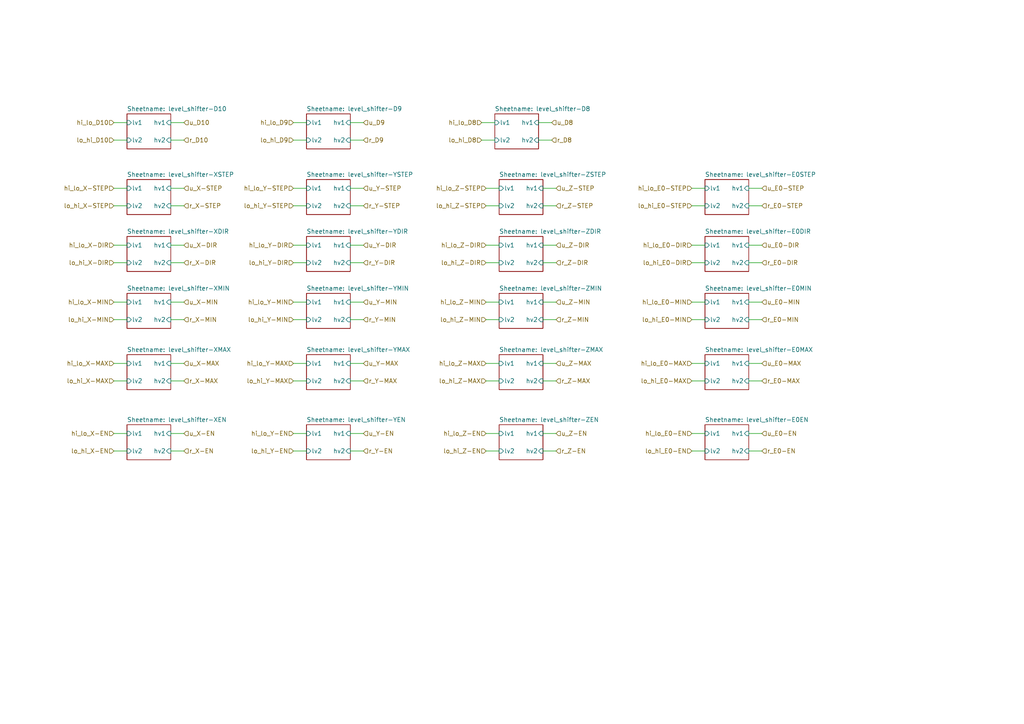
<source format=kicad_sch>
(kicad_sch
	(version 20231120)
	(generator "eeschema")
	(generator_version "8.0")
	(uuid "51dbc95a-b53e-4304-bce1-357c9363c5b5")
	(paper "A4")
	(lib_symbols)
	(wire
		(pts
			(xy 217.17 54.61) (xy 220.98 54.61)
		)
		(stroke
			(width 0)
			(type default)
		)
		(uuid "001b1f68-e799-451a-9ef4-8605bdb2ba3b")
	)
	(wire
		(pts
			(xy 101.6 59.69) (xy 105.41 59.69)
		)
		(stroke
			(width 0)
			(type default)
		)
		(uuid "03426ced-71d9-4517-8bc5-9f7d10436682")
	)
	(wire
		(pts
			(xy 200.66 76.2) (xy 204.47 76.2)
		)
		(stroke
			(width 0)
			(type default)
		)
		(uuid "0ea7a24c-9def-45d0-98a7-19c6f063180b")
	)
	(wire
		(pts
			(xy 217.17 76.2) (xy 220.98 76.2)
		)
		(stroke
			(width 0)
			(type default)
		)
		(uuid "1070a112-5be5-43bf-9f33-9670d1b8cefe")
	)
	(wire
		(pts
			(xy 85.09 59.69) (xy 88.9 59.69)
		)
		(stroke
			(width 0)
			(type default)
		)
		(uuid "10ef1f29-d8c0-4376-ac07-038fd80fa334")
	)
	(wire
		(pts
			(xy 156.21 40.64) (xy 160.02 40.64)
		)
		(stroke
			(width 0)
			(type default)
		)
		(uuid "18fbcc40-0c88-419e-885d-d386e6e111af")
	)
	(wire
		(pts
			(xy 49.53 54.61) (xy 53.34 54.61)
		)
		(stroke
			(width 0)
			(type default)
		)
		(uuid "1b4b62fd-3c3d-4892-9ef6-8ae63b06ee77")
	)
	(wire
		(pts
			(xy 200.66 71.12) (xy 204.47 71.12)
		)
		(stroke
			(width 0)
			(type default)
		)
		(uuid "1f18a6b5-a640-469f-bf84-f9f605900aea")
	)
	(wire
		(pts
			(xy 85.09 76.2) (xy 88.9 76.2)
		)
		(stroke
			(width 0)
			(type default)
		)
		(uuid "2166dbfd-67db-4cf3-96fa-f41ac6b9e4f2")
	)
	(wire
		(pts
			(xy 157.48 59.69) (xy 161.29 59.69)
		)
		(stroke
			(width 0)
			(type default)
		)
		(uuid "2d6b0d56-fe84-4043-ae55-5fb971067783")
	)
	(wire
		(pts
			(xy 49.53 71.12) (xy 53.34 71.12)
		)
		(stroke
			(width 0)
			(type default)
		)
		(uuid "2d8cd974-c32c-4654-9023-4acc1b90ed4c")
	)
	(wire
		(pts
			(xy 49.53 35.56) (xy 53.34 35.56)
		)
		(stroke
			(width 0)
			(type default)
		)
		(uuid "2ddcb539-286d-41eb-8a92-06078d1b0440")
	)
	(wire
		(pts
			(xy 139.7 35.56) (xy 143.51 35.56)
		)
		(stroke
			(width 0)
			(type default)
		)
		(uuid "2ef63b44-0bab-412d-9caf-b7f72e8b0314")
	)
	(wire
		(pts
			(xy 33.02 130.81) (xy 36.83 130.81)
		)
		(stroke
			(width 0)
			(type default)
		)
		(uuid "2f0f0e3a-04c1-41d3-817b-1e95b1ab4ead")
	)
	(wire
		(pts
			(xy 85.09 130.81) (xy 88.9 130.81)
		)
		(stroke
			(width 0)
			(type default)
		)
		(uuid "31b5ee9c-30d3-48e3-9957-3b772a0a8542")
	)
	(wire
		(pts
			(xy 140.97 71.12) (xy 144.78 71.12)
		)
		(stroke
			(width 0)
			(type default)
		)
		(uuid "3714fb81-d179-4e54-b5e8-34c0f47db109")
	)
	(wire
		(pts
			(xy 200.66 105.41) (xy 204.47 105.41)
		)
		(stroke
			(width 0)
			(type default)
		)
		(uuid "37b5094f-51ef-461e-aede-bd41ef7c5a0d")
	)
	(wire
		(pts
			(xy 217.17 110.49) (xy 220.98 110.49)
		)
		(stroke
			(width 0)
			(type default)
		)
		(uuid "383be7a3-bc11-4032-8ee1-5e97057c3f10")
	)
	(wire
		(pts
			(xy 217.17 125.73) (xy 220.98 125.73)
		)
		(stroke
			(width 0)
			(type default)
		)
		(uuid "3bf6696d-10ea-4376-959b-7c78babaa470")
	)
	(wire
		(pts
			(xy 49.53 76.2) (xy 53.34 76.2)
		)
		(stroke
			(width 0)
			(type default)
		)
		(uuid "3c086403-b01c-4a05-894f-0999bf9de5a6")
	)
	(wire
		(pts
			(xy 85.09 92.71) (xy 88.9 92.71)
		)
		(stroke
			(width 0)
			(type default)
		)
		(uuid "3eea727e-33be-4d2d-9d83-2bb22997a791")
	)
	(wire
		(pts
			(xy 157.48 87.63) (xy 161.29 87.63)
		)
		(stroke
			(width 0)
			(type default)
		)
		(uuid "4031e359-b2eb-4c28-a1c3-c6eccca8cf1a")
	)
	(wire
		(pts
			(xy 101.6 110.49) (xy 105.41 110.49)
		)
		(stroke
			(width 0)
			(type default)
		)
		(uuid "40bfe9c0-6b2c-499b-a8c8-26197b6720b8")
	)
	(wire
		(pts
			(xy 140.97 130.81) (xy 144.78 130.81)
		)
		(stroke
			(width 0)
			(type default)
		)
		(uuid "46193e58-3fbf-4130-92c9-d4edd4e88c2c")
	)
	(wire
		(pts
			(xy 200.66 92.71) (xy 204.47 92.71)
		)
		(stroke
			(width 0)
			(type default)
		)
		(uuid "48bc05ce-c051-45ff-9161-7cf73fe2c64e")
	)
	(wire
		(pts
			(xy 101.6 130.81) (xy 105.41 130.81)
		)
		(stroke
			(width 0)
			(type default)
		)
		(uuid "48de0119-1ba9-4496-90f1-dbd7e8db0b44")
	)
	(wire
		(pts
			(xy 49.53 87.63) (xy 53.34 87.63)
		)
		(stroke
			(width 0)
			(type default)
		)
		(uuid "4cf93684-ebd6-4cad-859d-d636c0841a42")
	)
	(wire
		(pts
			(xy 33.02 35.56) (xy 36.83 35.56)
		)
		(stroke
			(width 0)
			(type default)
		)
		(uuid "4fa31bc3-0bea-48c1-9c8a-6f1d6da80fc1")
	)
	(wire
		(pts
			(xy 33.02 87.63) (xy 36.83 87.63)
		)
		(stroke
			(width 0)
			(type default)
		)
		(uuid "51677beb-8b44-4153-bf12-fae900d63513")
	)
	(wire
		(pts
			(xy 85.09 54.61) (xy 88.9 54.61)
		)
		(stroke
			(width 0)
			(type default)
		)
		(uuid "52a7edab-7741-44ff-9a9d-7f94a23c46ce")
	)
	(wire
		(pts
			(xy 101.6 92.71) (xy 105.41 92.71)
		)
		(stroke
			(width 0)
			(type default)
		)
		(uuid "53c02825-a2c3-403e-a155-10fbe87f36ec")
	)
	(wire
		(pts
			(xy 140.97 92.71) (xy 144.78 92.71)
		)
		(stroke
			(width 0)
			(type default)
		)
		(uuid "581e97ac-3a3e-4ef3-baea-31542ec0a6cc")
	)
	(wire
		(pts
			(xy 33.02 59.69) (xy 36.83 59.69)
		)
		(stroke
			(width 0)
			(type default)
		)
		(uuid "591dc61e-c5b0-4e83-85b9-72212ac7c3b3")
	)
	(wire
		(pts
			(xy 33.02 92.71) (xy 36.83 92.71)
		)
		(stroke
			(width 0)
			(type default)
		)
		(uuid "5aea35f7-8b2c-4188-9a92-81905819c437")
	)
	(wire
		(pts
			(xy 200.66 130.81) (xy 204.47 130.81)
		)
		(stroke
			(width 0)
			(type default)
		)
		(uuid "5de7fe4e-b086-4637-9a40-54c4dbe4399f")
	)
	(wire
		(pts
			(xy 101.6 76.2) (xy 105.41 76.2)
		)
		(stroke
			(width 0)
			(type default)
		)
		(uuid "5ff0abbc-cd41-41c8-a477-6d5c46d33144")
	)
	(wire
		(pts
			(xy 157.48 130.81) (xy 161.29 130.81)
		)
		(stroke
			(width 0)
			(type default)
		)
		(uuid "60fd1dbd-2013-448c-acbd-818b82a92264")
	)
	(wire
		(pts
			(xy 140.97 76.2) (xy 144.78 76.2)
		)
		(stroke
			(width 0)
			(type default)
		)
		(uuid "689c9c7e-f48f-472a-8188-0c91bca97281")
	)
	(wire
		(pts
			(xy 101.6 40.64) (xy 105.41 40.64)
		)
		(stroke
			(width 0)
			(type default)
		)
		(uuid "6b2e0f64-7e04-4eee-a698-427516103982")
	)
	(wire
		(pts
			(xy 200.66 87.63) (xy 204.47 87.63)
		)
		(stroke
			(width 0)
			(type default)
		)
		(uuid "6b7a50b8-8797-40cc-84f0-5e11cfab4266")
	)
	(wire
		(pts
			(xy 49.53 59.69) (xy 53.34 59.69)
		)
		(stroke
			(width 0)
			(type default)
		)
		(uuid "6f4ad5ec-6c2d-4d20-8b01-4972217705db")
	)
	(wire
		(pts
			(xy 140.97 105.41) (xy 144.78 105.41)
		)
		(stroke
			(width 0)
			(type default)
		)
		(uuid "6fd82e79-61ec-4dc6-8123-e30d8b98a162")
	)
	(wire
		(pts
			(xy 33.02 105.41) (xy 36.83 105.41)
		)
		(stroke
			(width 0)
			(type default)
		)
		(uuid "71663631-1270-46f7-bef8-b35b9f2bbff7")
	)
	(wire
		(pts
			(xy 157.48 105.41) (xy 161.29 105.41)
		)
		(stroke
			(width 0)
			(type default)
		)
		(uuid "7fd16174-e5e6-432b-8841-fcac31111bcf")
	)
	(wire
		(pts
			(xy 200.66 59.69) (xy 204.47 59.69)
		)
		(stroke
			(width 0)
			(type default)
		)
		(uuid "80f17939-e391-42fb-8c8d-af07e416a1ed")
	)
	(wire
		(pts
			(xy 217.17 130.81) (xy 220.98 130.81)
		)
		(stroke
			(width 0)
			(type default)
		)
		(uuid "82080e43-eb76-4cbc-9cb0-af71b5fdc16b")
	)
	(wire
		(pts
			(xy 157.48 110.49) (xy 161.29 110.49)
		)
		(stroke
			(width 0)
			(type default)
		)
		(uuid "84d74bb5-5ebe-46d1-a8cd-eb3cfcba829c")
	)
	(wire
		(pts
			(xy 49.53 105.41) (xy 53.34 105.41)
		)
		(stroke
			(width 0)
			(type default)
		)
		(uuid "8804e51a-227f-4d71-96de-a2fa74f3efca")
	)
	(wire
		(pts
			(xy 156.21 35.56) (xy 160.02 35.56)
		)
		(stroke
			(width 0)
			(type default)
		)
		(uuid "89ee3073-4b5f-4fb4-9e28-3668d59cd004")
	)
	(wire
		(pts
			(xy 101.6 125.73) (xy 105.41 125.73)
		)
		(stroke
			(width 0)
			(type default)
		)
		(uuid "8ba68a88-f276-4b99-a000-74ec6bf8cee8")
	)
	(wire
		(pts
			(xy 140.97 110.49) (xy 144.78 110.49)
		)
		(stroke
			(width 0)
			(type default)
		)
		(uuid "8c55f0ea-a252-449f-a38a-ec84554ed5a8")
	)
	(wire
		(pts
			(xy 101.6 35.56) (xy 105.41 35.56)
		)
		(stroke
			(width 0)
			(type default)
		)
		(uuid "8ccd41d4-f5c7-44dc-8ede-ac4c273cc531")
	)
	(wire
		(pts
			(xy 140.97 59.69) (xy 144.78 59.69)
		)
		(stroke
			(width 0)
			(type default)
		)
		(uuid "92f361df-34c6-4a15-b85e-be412e68d7e7")
	)
	(wire
		(pts
			(xy 49.53 92.71) (xy 53.34 92.71)
		)
		(stroke
			(width 0)
			(type default)
		)
		(uuid "99a7caed-24df-48f9-9626-6da53b65c3c4")
	)
	(wire
		(pts
			(xy 49.53 40.64) (xy 53.34 40.64)
		)
		(stroke
			(width 0)
			(type default)
		)
		(uuid "9c1a0154-8942-4dd0-b26a-86ef6fbd2d07")
	)
	(wire
		(pts
			(xy 85.09 110.49) (xy 88.9 110.49)
		)
		(stroke
			(width 0)
			(type default)
		)
		(uuid "9c76ca8a-e262-4ae1-801e-6fbd90cefb07")
	)
	(wire
		(pts
			(xy 217.17 59.69) (xy 220.98 59.69)
		)
		(stroke
			(width 0)
			(type default)
		)
		(uuid "a4f59c63-75f0-44d9-802e-2283637cf43b")
	)
	(wire
		(pts
			(xy 200.66 125.73) (xy 204.47 125.73)
		)
		(stroke
			(width 0)
			(type default)
		)
		(uuid "a8824d8e-a322-4461-a086-43355445cc05")
	)
	(wire
		(pts
			(xy 200.66 54.61) (xy 204.47 54.61)
		)
		(stroke
			(width 0)
			(type default)
		)
		(uuid "a8a82d61-7534-4937-9cd9-cfa559156545")
	)
	(wire
		(pts
			(xy 49.53 110.49) (xy 53.34 110.49)
		)
		(stroke
			(width 0)
			(type default)
		)
		(uuid "aae02fc0-251c-4c97-9697-26636e1f59f5")
	)
	(wire
		(pts
			(xy 157.48 92.71) (xy 161.29 92.71)
		)
		(stroke
			(width 0)
			(type default)
		)
		(uuid "af974c06-9b9c-46dc-9fa3-933c924e8edf")
	)
	(wire
		(pts
			(xy 33.02 40.64) (xy 36.83 40.64)
		)
		(stroke
			(width 0)
			(type default)
		)
		(uuid "afa484dd-6ef3-4285-b332-5facfac0719d")
	)
	(wire
		(pts
			(xy 157.48 76.2) (xy 161.29 76.2)
		)
		(stroke
			(width 0)
			(type default)
		)
		(uuid "b02196c0-75b6-4cf8-9d94-bfee7e47a8e0")
	)
	(wire
		(pts
			(xy 33.02 76.2) (xy 36.83 76.2)
		)
		(stroke
			(width 0)
			(type default)
		)
		(uuid "b67dfe0d-d936-4de0-a9f5-30b16e04a8df")
	)
	(wire
		(pts
			(xy 157.48 71.12) (xy 161.29 71.12)
		)
		(stroke
			(width 0)
			(type default)
		)
		(uuid "b6c2bd4d-6f46-4e90-917f-fb0dd1fd87ee")
	)
	(wire
		(pts
			(xy 200.66 110.49) (xy 204.47 110.49)
		)
		(stroke
			(width 0)
			(type default)
		)
		(uuid "b834deec-990a-4718-a785-f06a6496bfac")
	)
	(wire
		(pts
			(xy 101.6 105.41) (xy 105.41 105.41)
		)
		(stroke
			(width 0)
			(type default)
		)
		(uuid "ba6c285b-8857-451e-b15c-7a88b89b4168")
	)
	(wire
		(pts
			(xy 139.7 40.64) (xy 143.51 40.64)
		)
		(stroke
			(width 0)
			(type default)
		)
		(uuid "bd616d51-82b5-46e6-981d-b5ed28f23186")
	)
	(wire
		(pts
			(xy 85.09 125.73) (xy 88.9 125.73)
		)
		(stroke
			(width 0)
			(type default)
		)
		(uuid "be84ea8d-cd2c-44c4-80a7-3f04644ab851")
	)
	(wire
		(pts
			(xy 217.17 92.71) (xy 220.98 92.71)
		)
		(stroke
			(width 0)
			(type default)
		)
		(uuid "bec3a418-cd0b-494d-94d0-673afecb045a")
	)
	(wire
		(pts
			(xy 33.02 71.12) (xy 36.83 71.12)
		)
		(stroke
			(width 0)
			(type default)
		)
		(uuid "c0330e03-2771-4009-8a36-1fcf850930ce")
	)
	(wire
		(pts
			(xy 33.02 54.61) (xy 36.83 54.61)
		)
		(stroke
			(width 0)
			(type default)
		)
		(uuid "c260e458-bae0-4628-ad0b-0b6032a65afa")
	)
	(wire
		(pts
			(xy 101.6 54.61) (xy 105.41 54.61)
		)
		(stroke
			(width 0)
			(type default)
		)
		(uuid "c6b6e634-9e2a-43e9-b3d8-6ae467f5dd40")
	)
	(wire
		(pts
			(xy 140.97 54.61) (xy 144.78 54.61)
		)
		(stroke
			(width 0)
			(type default)
		)
		(uuid "cf9120a6-eef5-4052-82d8-46a557e34c55")
	)
	(wire
		(pts
			(xy 101.6 71.12) (xy 105.41 71.12)
		)
		(stroke
			(width 0)
			(type default)
		)
		(uuid "d75e5fa4-762c-4682-b284-9baece644338")
	)
	(wire
		(pts
			(xy 157.48 54.61) (xy 161.29 54.61)
		)
		(stroke
			(width 0)
			(type default)
		)
		(uuid "d7e7d610-5608-415f-8d19-c4a31a26625a")
	)
	(wire
		(pts
			(xy 217.17 105.41) (xy 220.98 105.41)
		)
		(stroke
			(width 0)
			(type default)
		)
		(uuid "ddcbab37-03fd-4afd-af2c-e4ca74ab403c")
	)
	(wire
		(pts
			(xy 49.53 130.81) (xy 53.34 130.81)
		)
		(stroke
			(width 0)
			(type default)
		)
		(uuid "de512d14-87d6-49df-9670-3f6356625256")
	)
	(wire
		(pts
			(xy 85.09 71.12) (xy 88.9 71.12)
		)
		(stroke
			(width 0)
			(type default)
		)
		(uuid "de9c9364-34a0-4b1e-a469-d4716e6b2dc0")
	)
	(wire
		(pts
			(xy 140.97 125.73) (xy 144.78 125.73)
		)
		(stroke
			(width 0)
			(type default)
		)
		(uuid "df66147d-8434-4301-8820-d670fb12033d")
	)
	(wire
		(pts
			(xy 157.48 125.73) (xy 161.29 125.73)
		)
		(stroke
			(width 0)
			(type default)
		)
		(uuid "e0513967-399c-48fb-8ffa-570943c3cd54")
	)
	(wire
		(pts
			(xy 217.17 71.12) (xy 220.98 71.12)
		)
		(stroke
			(width 0)
			(type default)
		)
		(uuid "e17023d2-078c-4da8-acc6-1cc26cf44948")
	)
	(wire
		(pts
			(xy 33.02 125.73) (xy 36.83 125.73)
		)
		(stroke
			(width 0)
			(type default)
		)
		(uuid "e183f208-7200-4c8a-a3d3-deb139a878d1")
	)
	(wire
		(pts
			(xy 85.09 35.56) (xy 88.9 35.56)
		)
		(stroke
			(width 0)
			(type default)
		)
		(uuid "e22c6432-8fb9-41d0-b8b1-cc499e5351a0")
	)
	(wire
		(pts
			(xy 101.6 87.63) (xy 105.41 87.63)
		)
		(stroke
			(width 0)
			(type default)
		)
		(uuid "e61f6199-277a-4e36-af2c-02bcaa4a7fc8")
	)
	(wire
		(pts
			(xy 217.17 87.63) (xy 220.98 87.63)
		)
		(stroke
			(width 0)
			(type default)
		)
		(uuid "e7e87d6f-355d-4fa2-8d0e-6c7002aaa4a0")
	)
	(wire
		(pts
			(xy 49.53 125.73) (xy 53.34 125.73)
		)
		(stroke
			(width 0)
			(type default)
		)
		(uuid "eb0fe0b5-c667-4510-bc04-776be7447130")
	)
	(wire
		(pts
			(xy 85.09 40.64) (xy 88.9 40.64)
		)
		(stroke
			(width 0)
			(type default)
		)
		(uuid "f29a5eaa-45b1-4795-966e-9f9099304c90")
	)
	(wire
		(pts
			(xy 140.97 87.63) (xy 144.78 87.63)
		)
		(stroke
			(width 0)
			(type default)
		)
		(uuid "f360103f-e351-4cf2-bd2c-b0888edb6673")
	)
	(wire
		(pts
			(xy 85.09 87.63) (xy 88.9 87.63)
		)
		(stroke
			(width 0)
			(type default)
		)
		(uuid "f403be22-e3a3-4a75-bd92-247307363860")
	)
	(wire
		(pts
			(xy 33.02 110.49) (xy 36.83 110.49)
		)
		(stroke
			(width 0)
			(type default)
		)
		(uuid "fac13569-7fe5-4bb2-87c1-8c9b0261cf90")
	)
	(wire
		(pts
			(xy 85.09 105.41) (xy 88.9 105.41)
		)
		(stroke
			(width 0)
			(type default)
		)
		(uuid "fe1e4953-16a9-4ce6-b0da-78d32ae9c773")
	)
	(hierarchical_label "u_X-EN"
		(shape input)
		(at 53.34 125.73 0)
		(fields_autoplaced yes)
		(effects
			(font
				(size 1.27 1.27)
			)
			(justify left)
		)
		(uuid "00a2bf77-ace1-4fdd-a198-ab54a42b5765")
	)
	(hierarchical_label "r_Z-MAX"
		(shape input)
		(at 161.29 110.49 0)
		(fields_autoplaced yes)
		(effects
			(font
				(size 1.27 1.27)
			)
			(justify left)
		)
		(uuid "0115996c-7d66-4f77-abde-2b223a7d8d66")
	)
	(hierarchical_label "u_X-DIR"
		(shape input)
		(at 53.34 71.12 0)
		(fields_autoplaced yes)
		(effects
			(font
				(size 1.27 1.27)
			)
			(justify left)
		)
		(uuid "0257135a-b0b6-4162-ae36-f3373aed0886")
	)
	(hierarchical_label "lo_hi_X-EN"
		(shape input)
		(at 33.02 130.81 180)
		(fields_autoplaced yes)
		(effects
			(font
				(size 1.27 1.27)
			)
			(justify right)
		)
		(uuid "0295cc9c-83db-481b-ac17-7479e7324dce")
	)
	(hierarchical_label "hi_lo_Y-EN"
		(shape input)
		(at 85.09 125.73 180)
		(fields_autoplaced yes)
		(effects
			(font
				(size 1.27 1.27)
			)
			(justify right)
		)
		(uuid "08cd8464-17ff-4e7a-83d0-a89e20986d57")
	)
	(hierarchical_label "u_Z-STEP"
		(shape input)
		(at 161.29 54.61 0)
		(fields_autoplaced yes)
		(effects
			(font
				(size 1.27 1.27)
			)
			(justify left)
		)
		(uuid "0e8c0b4b-6e81-41ee-855a-c8850439e199")
	)
	(hierarchical_label "u_E0-MAX"
		(shape input)
		(at 220.98 105.41 0)
		(fields_autoplaced yes)
		(effects
			(font
				(size 1.27 1.27)
			)
			(justify left)
		)
		(uuid "0f152d41-da99-49e5-9218-637c1f0000be")
	)
	(hierarchical_label "lo_hi_Z-EN"
		(shape input)
		(at 140.97 130.81 180)
		(fields_autoplaced yes)
		(effects
			(font
				(size 1.27 1.27)
			)
			(justify right)
		)
		(uuid "0fd61095-fba6-44af-b7d1-0e18184830f4")
	)
	(hierarchical_label "r_E0-MAX"
		(shape input)
		(at 220.98 110.49 0)
		(fields_autoplaced yes)
		(effects
			(font
				(size 1.27 1.27)
			)
			(justify left)
		)
		(uuid "11a4dd48-fde4-4275-85ee-6b4a873638be")
	)
	(hierarchical_label "u_Z-MAX"
		(shape input)
		(at 161.29 105.41 0)
		(fields_autoplaced yes)
		(effects
			(font
				(size 1.27 1.27)
			)
			(justify left)
		)
		(uuid "1547fca6-761d-4765-b993-9d50a22afa0f")
	)
	(hierarchical_label "hi_lo_E0-EN"
		(shape input)
		(at 200.66 125.73 180)
		(fields_autoplaced yes)
		(effects
			(font
				(size 1.27 1.27)
			)
			(justify right)
		)
		(uuid "15efedff-ec06-452e-b1c4-28ebb9a29be4")
	)
	(hierarchical_label "lo_hi_D8"
		(shape input)
		(at 139.7 40.64 180)
		(fields_autoplaced yes)
		(effects
			(font
				(size 1.27 1.27)
			)
			(justify right)
		)
		(uuid "1da00eac-0cb3-47fe-9d98-352b3e904338")
	)
	(hierarchical_label "u_X-MIN"
		(shape input)
		(at 53.34 87.63 0)
		(fields_autoplaced yes)
		(effects
			(font
				(size 1.27 1.27)
			)
			(justify left)
		)
		(uuid "2287f8dc-023e-4f9c-881a-299c6efa49cc")
	)
	(hierarchical_label "r_E0-STEP"
		(shape input)
		(at 220.98 59.69 0)
		(fields_autoplaced yes)
		(effects
			(font
				(size 1.27 1.27)
			)
			(justify left)
		)
		(uuid "22c12349-d88c-4392-9200-252ffa5a26cb")
	)
	(hierarchical_label "lo_hi_E0-DIR"
		(shape input)
		(at 200.66 76.2 180)
		(fields_autoplaced yes)
		(effects
			(font
				(size 1.27 1.27)
			)
			(justify right)
		)
		(uuid "259a97f8-fcf0-4225-affc-55da614e04d3")
	)
	(hierarchical_label "r_E0-DIR"
		(shape input)
		(at 220.98 76.2 0)
		(fields_autoplaced yes)
		(effects
			(font
				(size 1.27 1.27)
			)
			(justify left)
		)
		(uuid "27647fc7-a205-41d3-aaa5-32f4e07e35bc")
	)
	(hierarchical_label "hi_lo_E0-MIN"
		(shape input)
		(at 200.66 87.63 180)
		(fields_autoplaced yes)
		(effects
			(font
				(size 1.27 1.27)
			)
			(justify right)
		)
		(uuid "2cc6cb6d-83a6-4f7f-9ee3-60042bec40bd")
	)
	(hierarchical_label "u_D9"
		(shape input)
		(at 105.41 35.56 0)
		(fields_autoplaced yes)
		(effects
			(font
				(size 1.27 1.27)
			)
			(justify left)
		)
		(uuid "2e360080-612c-46f8-b410-63efdd9e5869")
	)
	(hierarchical_label "hi_lo_Y-STEP"
		(shape input)
		(at 85.09 54.61 180)
		(fields_autoplaced yes)
		(effects
			(font
				(size 1.27 1.27)
			)
			(justify right)
		)
		(uuid "34cd813e-c49b-4106-bc4b-cba005b6825b")
	)
	(hierarchical_label "hi_lo_E0-STEP"
		(shape input)
		(at 200.66 54.61 180)
		(fields_autoplaced yes)
		(effects
			(font
				(size 1.27 1.27)
			)
			(justify right)
		)
		(uuid "3b640ad9-3947-47b4-b8ad-6ec3bed55858")
	)
	(hierarchical_label "u_E0-STEP"
		(shape input)
		(at 220.98 54.61 0)
		(fields_autoplaced yes)
		(effects
			(font
				(size 1.27 1.27)
			)
			(justify left)
		)
		(uuid "3cefec32-b6c8-4941-a0fd-4a57ad356440")
	)
	(hierarchical_label "lo_hi_X-DIR"
		(shape input)
		(at 33.02 76.2 180)
		(fields_autoplaced yes)
		(effects
			(font
				(size 1.27 1.27)
			)
			(justify right)
		)
		(uuid "3cf88899-3fc6-4b95-8e5b-4f4b38b40908")
	)
	(hierarchical_label "lo_hi_Y-MIN"
		(shape input)
		(at 85.09 92.71 180)
		(fields_autoplaced yes)
		(effects
			(font
				(size 1.27 1.27)
			)
			(justify right)
		)
		(uuid "3e8a0196-5a09-46e1-a6c2-d93fb9018aa9")
	)
	(hierarchical_label "hi_lo_Y-MAX"
		(shape input)
		(at 85.09 105.41 180)
		(fields_autoplaced yes)
		(effects
			(font
				(size 1.27 1.27)
			)
			(justify right)
		)
		(uuid "3fbf1c5b-bb87-41ed-8cda-c81453bb6168")
	)
	(hierarchical_label "lo_hi_X-MAX"
		(shape input)
		(at 33.02 110.49 180)
		(fields_autoplaced yes)
		(effects
			(font
				(size 1.27 1.27)
			)
			(justify right)
		)
		(uuid "3fdf0e20-25f0-48ad-ad7e-c8b98e6fbffb")
	)
	(hierarchical_label "hi_lo_D8"
		(shape input)
		(at 139.7 35.56 180)
		(fields_autoplaced yes)
		(effects
			(font
				(size 1.27 1.27)
			)
			(justify right)
		)
		(uuid "45829057-4791-441c-b39e-3ce5c6047bd4")
	)
	(hierarchical_label "u_E0-EN"
		(shape input)
		(at 220.98 125.73 0)
		(fields_autoplaced yes)
		(effects
			(font
				(size 1.27 1.27)
			)
			(justify left)
		)
		(uuid "516f592c-2ea6-41ac-8f84-56c271c19887")
	)
	(hierarchical_label "r_D10"
		(shape input)
		(at 53.34 40.64 0)
		(fields_autoplaced yes)
		(effects
			(font
				(size 1.27 1.27)
			)
			(justify left)
		)
		(uuid "594be5a2-6e80-466a-b6a9-883e959528e9")
	)
	(hierarchical_label "hi_lo_Z-DIR"
		(shape input)
		(at 140.97 71.12 180)
		(fields_autoplaced yes)
		(effects
			(font
				(size 1.27 1.27)
			)
			(justify right)
		)
		(uuid "5a324fd1-215c-4735-a9e1-363c93bf26f4")
	)
	(hierarchical_label "u_Y-DIR"
		(shape input)
		(at 105.41 71.12 0)
		(fields_autoplaced yes)
		(effects
			(font
				(size 1.27 1.27)
			)
			(justify left)
		)
		(uuid "5e8b0baa-5e75-44bb-a3a2-db027dff726e")
	)
	(hierarchical_label "u_Y-MIN"
		(shape input)
		(at 105.41 87.63 0)
		(fields_autoplaced yes)
		(effects
			(font
				(size 1.27 1.27)
			)
			(justify left)
		)
		(uuid "5e923f56-310a-4fa8-8ad1-5e3c4cb52008")
	)
	(hierarchical_label "hi_lo_X-STEP"
		(shape input)
		(at 33.02 54.61 180)
		(fields_autoplaced yes)
		(effects
			(font
				(size 1.27 1.27)
			)
			(justify right)
		)
		(uuid "61145500-d5c4-4f52-b653-8ccd981436d5")
	)
	(hierarchical_label "hi_lo_E0-MAX"
		(shape input)
		(at 200.66 105.41 180)
		(fields_autoplaced yes)
		(effects
			(font
				(size 1.27 1.27)
			)
			(justify right)
		)
		(uuid "65d85671-a6c4-4008-be48-09e79f481b55")
	)
	(hierarchical_label "u_D8"
		(shape input)
		(at 160.02 35.56 0)
		(fields_autoplaced yes)
		(effects
			(font
				(size 1.27 1.27)
			)
			(justify left)
		)
		(uuid "68fab107-3791-4856-b803-ef3dc7e3303a")
	)
	(hierarchical_label "u_E0-MIN"
		(shape input)
		(at 220.98 87.63 0)
		(fields_autoplaced yes)
		(effects
			(font
				(size 1.27 1.27)
			)
			(justify left)
		)
		(uuid "6ed22f0a-6e6c-4617-a502-5da59d67945f")
	)
	(hierarchical_label "lo_hi_E0-MAX"
		(shape input)
		(at 200.66 110.49 180)
		(fields_autoplaced yes)
		(effects
			(font
				(size 1.27 1.27)
			)
			(justify right)
		)
		(uuid "72b1a055-3fb1-40d2-b0c8-078757395da1")
	)
	(hierarchical_label "lo_hi_Z-DIR"
		(shape input)
		(at 140.97 76.2 180)
		(fields_autoplaced yes)
		(effects
			(font
				(size 1.27 1.27)
			)
			(justify right)
		)
		(uuid "780fa302-35fe-4778-a4d6-28065fd55ee7")
	)
	(hierarchical_label "hi_lo_X-DIR"
		(shape input)
		(at 33.02 71.12 180)
		(fields_autoplaced yes)
		(effects
			(font
				(size 1.27 1.27)
			)
			(justify right)
		)
		(uuid "7b71dfe3-b4ba-4485-af0d-ea28cbb31a3f")
	)
	(hierarchical_label "r_Y-MAX"
		(shape input)
		(at 105.41 110.49 0)
		(fields_autoplaced yes)
		(effects
			(font
				(size 1.27 1.27)
			)
			(justify left)
		)
		(uuid "7fadfeb6-e7d2-4f21-acd5-1793bb196e7d")
	)
	(hierarchical_label "lo_hi_X-MIN"
		(shape input)
		(at 33.02 92.71 180)
		(fields_autoplaced yes)
		(effects
			(font
				(size 1.27 1.27)
			)
			(justify right)
		)
		(uuid "847fdfc9-aa1e-4395-8409-260e60a5f305")
	)
	(hierarchical_label "r_Z-EN"
		(shape input)
		(at 161.29 130.81 0)
		(fields_autoplaced yes)
		(effects
			(font
				(size 1.27 1.27)
			)
			(justify left)
		)
		(uuid "874bb395-2732-416d-953d-8b130a3c45f8")
	)
	(hierarchical_label "lo_hi_Y-MAX"
		(shape input)
		(at 85.09 110.49 180)
		(fields_autoplaced yes)
		(effects
			(font
				(size 1.27 1.27)
			)
			(justify right)
		)
		(uuid "87b942c4-f9c3-4369-9d42-7b53c74816d1")
	)
	(hierarchical_label "hi_lo_E0-DIR"
		(shape input)
		(at 200.66 71.12 180)
		(fields_autoplaced yes)
		(effects
			(font
				(size 1.27 1.27)
			)
			(justify right)
		)
		(uuid "89aad50f-2818-4862-962b-f8d13d5964fe")
	)
	(hierarchical_label "hi_lo_Y-MIN"
		(shape input)
		(at 85.09 87.63 180)
		(fields_autoplaced yes)
		(effects
			(font
				(size 1.27 1.27)
			)
			(justify right)
		)
		(uuid "8b35f8e7-35ac-4a61-8cb5-e28d7a1457a0")
	)
	(hierarchical_label "u_X-STEP"
		(shape input)
		(at 53.34 54.61 0)
		(fields_autoplaced yes)
		(effects
			(font
				(size 1.27 1.27)
			)
			(justify left)
		)
		(uuid "8bc97641-b23d-4bd3-8d5a-1fc043e4f1b8")
	)
	(hierarchical_label "r_D8"
		(shape input)
		(at 160.02 40.64 0)
		(fields_autoplaced yes)
		(effects
			(font
				(size 1.27 1.27)
			)
			(justify left)
		)
		(uuid "8fbedfaa-1271-4baa-9985-4d8a41c48f27")
	)
	(hierarchical_label "u_E0-DIR"
		(shape input)
		(at 220.98 71.12 0)
		(fields_autoplaced yes)
		(effects
			(font
				(size 1.27 1.27)
			)
			(justify left)
		)
		(uuid "929703f0-2d53-475a-8eed-101a2614b04f")
	)
	(hierarchical_label "lo_hi_Z-MIN"
		(shape input)
		(at 140.97 92.71 180)
		(fields_autoplaced yes)
		(effects
			(font
				(size 1.27 1.27)
			)
			(justify right)
		)
		(uuid "953bdf44-e05c-46b2-88ef-76dde01e6d26")
	)
	(hierarchical_label "u_Z-DIR"
		(shape input)
		(at 161.29 71.12 0)
		(fields_autoplaced yes)
		(effects
			(font
				(size 1.27 1.27)
			)
			(justify left)
		)
		(uuid "9663aa4f-bdb0-448f-bff2-f45eef563832")
	)
	(hierarchical_label "hi_lo_Z-STEP"
		(shape input)
		(at 140.97 54.61 180)
		(fields_autoplaced yes)
		(effects
			(font
				(size 1.27 1.27)
			)
			(justify right)
		)
		(uuid "9834e392-93c7-40a9-a291-efaffb4e784c")
	)
	(hierarchical_label "lo_hi_Y-EN"
		(shape input)
		(at 85.09 130.81 180)
		(fields_autoplaced yes)
		(effects
			(font
				(size 1.27 1.27)
			)
			(justify right)
		)
		(uuid "9a5ccfa0-7d28-43fa-ba7d-704492cc622b")
	)
	(hierarchical_label "lo_hi_E0-EN"
		(shape input)
		(at 200.66 130.81 180)
		(fields_autoplaced yes)
		(effects
			(font
				(size 1.27 1.27)
			)
			(justify right)
		)
		(uuid "9d4d9759-9169-4f47-a68f-ea6adc90eafa")
	)
	(hierarchical_label "hi_lo_D9"
		(shape input)
		(at 85.09 35.56 180)
		(fields_autoplaced yes)
		(effects
			(font
				(size 1.27 1.27)
			)
			(justify right)
		)
		(uuid "a041805d-7d99-43d8-a247-fd49a45b1073")
	)
	(hierarchical_label "hi_lo_Y-DIR"
		(shape input)
		(at 85.09 71.12 180)
		(fields_autoplaced yes)
		(effects
			(font
				(size 1.27 1.27)
			)
			(justify right)
		)
		(uuid "a2387ace-740f-4ee5-98fd-9854ea312116")
	)
	(hierarchical_label "r_X-EN"
		(shape input)
		(at 53.34 130.81 0)
		(fields_autoplaced yes)
		(effects
			(font
				(size 1.27 1.27)
			)
			(justify left)
		)
		(uuid "a3cec0cb-7c33-461c-8e21-9e591d0bbddf")
	)
	(hierarchical_label "lo_hi_E0-STEP"
		(shape input)
		(at 200.66 59.69 180)
		(fields_autoplaced yes)
		(effects
			(font
				(size 1.27 1.27)
			)
			(justify right)
		)
		(uuid "a495f0ff-f61d-461f-a1e5-60cc0da1fdec")
	)
	(hierarchical_label "r_Z-STEP"
		(shape input)
		(at 161.29 59.69 0)
		(fields_autoplaced yes)
		(effects
			(font
				(size 1.27 1.27)
			)
			(justify left)
		)
		(uuid "a7050525-e4c0-4374-89e9-ae57dca0507f")
	)
	(hierarchical_label "r_X-STEP"
		(shape input)
		(at 53.34 59.69 0)
		(fields_autoplaced yes)
		(effects
			(font
				(size 1.27 1.27)
			)
			(justify left)
		)
		(uuid "abd514ee-81f1-4ecb-a73c-0811b913c683")
	)
	(hierarchical_label "u_X-MAX"
		(shape input)
		(at 53.34 105.41 0)
		(fields_autoplaced yes)
		(effects
			(font
				(size 1.27 1.27)
			)
			(justify left)
		)
		(uuid "ada44210-f2f1-454b-9f3b-d868e02020e5")
	)
	(hierarchical_label "r_Y-EN"
		(shape input)
		(at 105.41 130.81 0)
		(fields_autoplaced yes)
		(effects
			(font
				(size 1.27 1.27)
			)
			(justify left)
		)
		(uuid "b568700c-208f-47ef-b882-e775b598e67d")
	)
	(hierarchical_label "u_Y-EN"
		(shape input)
		(at 105.41 125.73 0)
		(fields_autoplaced yes)
		(effects
			(font
				(size 1.27 1.27)
			)
			(justify left)
		)
		(uuid "b9320c5f-2348-43b2-800e-e925af065e1b")
	)
	(hierarchical_label "lo_hi_D10"
		(shape input)
		(at 33.02 40.64 180)
		(fields_autoplaced yes)
		(effects
			(font
				(size 1.27 1.27)
			)
			(justify right)
		)
		(uuid "bf484175-23c8-48eb-b872-2d2c15f23b49")
	)
	(hierarchical_label "u_Y-MAX"
		(shape input)
		(at 105.41 105.41 0)
		(fields_autoplaced yes)
		(effects
			(font
				(size 1.27 1.27)
			)
			(justify left)
		)
		(uuid "c129668b-1626-47e8-bcc3-d82a9800f516")
	)
	(hierarchical_label "hi_lo_Z-MAX"
		(shape input)
		(at 140.97 105.41 180)
		(fields_autoplaced yes)
		(effects
			(font
				(size 1.27 1.27)
			)
			(justify right)
		)
		(uuid "c4819411-b8de-47ed-9590-6a4de24aed39")
	)
	(hierarchical_label "u_Z-MIN"
		(shape input)
		(at 161.29 87.63 0)
		(fields_autoplaced yes)
		(effects
			(font
				(size 1.27 1.27)
			)
			(justify left)
		)
		(uuid "c958aab2-3b4f-40b3-84c6-f432a00f3c18")
	)
	(hierarchical_label "r_Z-DIR"
		(shape input)
		(at 161.29 76.2 0)
		(fields_autoplaced yes)
		(effects
			(font
				(size 1.27 1.27)
			)
			(justify left)
		)
		(uuid "cd0c0b42-6ab5-461e-9b24-840ae5cabc32")
	)
	(hierarchical_label "hi_lo_X-MAX"
		(shape input)
		(at 33.02 105.41 180)
		(fields_autoplaced yes)
		(effects
			(font
				(size 1.27 1.27)
			)
			(justify right)
		)
		(uuid "cd1d4707-071f-4696-b0d7-3c7dfb50ee3d")
	)
	(hierarchical_label "u_D10"
		(shape input)
		(at 53.34 35.56 0)
		(fields_autoplaced yes)
		(effects
			(font
				(size 1.27 1.27)
			)
			(justify left)
		)
		(uuid "cf40b8a3-2fd2-41d4-aabc-dec411dc8dde")
	)
	(hierarchical_label "r_Y-MIN"
		(shape input)
		(at 105.41 92.71 0)
		(fields_autoplaced yes)
		(effects
			(font
				(size 1.27 1.27)
			)
			(justify left)
		)
		(uuid "d5788cd9-4c07-4ff3-9c89-cafc448dd5bd")
	)
	(hierarchical_label "r_Z-MIN"
		(shape input)
		(at 161.29 92.71 0)
		(fields_autoplaced yes)
		(effects
			(font
				(size 1.27 1.27)
			)
			(justify left)
		)
		(uuid "d75256c2-3169-4571-8d93-989e25e5f47e")
	)
	(hierarchical_label "r_X-DIR"
		(shape input)
		(at 53.34 76.2 0)
		(fields_autoplaced yes)
		(effects
			(font
				(size 1.27 1.27)
			)
			(justify left)
		)
		(uuid "da550d75-41f0-48d3-9bab-8d8ca628c141")
	)
	(hierarchical_label "hi_lo_X-MIN"
		(shape input)
		(at 33.02 87.63 180)
		(fields_autoplaced yes)
		(effects
			(font
				(size 1.27 1.27)
			)
			(justify right)
		)
		(uuid "dab389c6-9e87-41f1-b424-1eb40e21643d")
	)
	(hierarchical_label "hi_lo_Z-MIN"
		(shape input)
		(at 140.97 87.63 180)
		(fields_autoplaced yes)
		(effects
			(font
				(size 1.27 1.27)
			)
			(justify right)
		)
		(uuid "dc562f37-fff8-4050-8e5c-cfe09f06d4fe")
	)
	(hierarchical_label "lo_hi_Y-DIR"
		(shape input)
		(at 85.09 76.2 180)
		(fields_autoplaced yes)
		(effects
			(font
				(size 1.27 1.27)
			)
			(justify right)
		)
		(uuid "dd3bb363-b2fb-45c7-afcf-a3f6441eba65")
	)
	(hierarchical_label "r_X-MAX"
		(shape input)
		(at 53.34 110.49 0)
		(fields_autoplaced yes)
		(effects
			(font
				(size 1.27 1.27)
			)
			(justify left)
		)
		(uuid "df2f0bd3-b3ce-4d98-8030-fd84664596ab")
	)
	(hierarchical_label "hi_lo_D10"
		(shape input)
		(at 33.02 35.56 180)
		(fields_autoplaced yes)
		(effects
			(font
				(size 1.27 1.27)
			)
			(justify right)
		)
		(uuid "df339dda-e7f8-4ed8-830b-6c507b7ac018")
	)
	(hierarchical_label "hi_lo_X-EN"
		(shape input)
		(at 33.02 125.73 180)
		(fields_autoplaced yes)
		(effects
			(font
				(size 1.27 1.27)
			)
			(justify right)
		)
		(uuid "e1f9b202-15e9-4776-a950-1bcafa154745")
	)
	(hierarchical_label "u_Y-STEP"
		(shape input)
		(at 105.41 54.61 0)
		(fields_autoplaced yes)
		(effects
			(font
				(size 1.27 1.27)
			)
			(justify left)
		)
		(uuid "e3c82b56-1af4-4ebc-8b48-0da5e407afd6")
	)
	(hierarchical_label "lo_hi_E0-MIN"
		(shape input)
		(at 200.66 92.71 180)
		(fields_autoplaced yes)
		(effects
			(font
				(size 1.27 1.27)
			)
			(justify right)
		)
		(uuid "e40adcb1-eb1f-456d-b927-b834be4500dc")
	)
	(hierarchical_label "hi_lo_Z-EN"
		(shape input)
		(at 140.97 125.73 180)
		(fields_autoplaced yes)
		(effects
			(font
				(size 1.27 1.27)
			)
			(justify right)
		)
		(uuid "e590d2d2-bb6e-4da0-88ad-8b7dc714463f")
	)
	(hierarchical_label "lo_hi_Z-MAX"
		(shape input)
		(at 140.97 110.49 180)
		(fields_autoplaced yes)
		(effects
			(font
				(size 1.27 1.27)
			)
			(justify right)
		)
		(uuid "e5d00572-d274-4639-8e72-d5956641fafe")
	)
	(hierarchical_label "r_X-MIN"
		(shape input)
		(at 53.34 92.71 0)
		(fields_autoplaced yes)
		(effects
			(font
				(size 1.27 1.27)
			)
			(justify left)
		)
		(uuid "e86cc6ef-f801-4702-8cb4-a50aa1a00cb6")
	)
	(hierarchical_label "lo_hi_Z-STEP"
		(shape input)
		(at 140.97 59.69 180)
		(fields_autoplaced yes)
		(effects
			(font
				(size 1.27 1.27)
			)
			(justify right)
		)
		(uuid "f272dec8-17ea-440e-8722-147f3f1d930b")
	)
	(hierarchical_label "r_Y-STEP"
		(shape input)
		(at 105.41 59.69 0)
		(fields_autoplaced yes)
		(effects
			(font
				(size 1.27 1.27)
			)
			(justify left)
		)
		(uuid "f3798a54-6d98-4498-b5c4-0eacb56d7af6")
	)
	(hierarchical_label "r_Y-DIR"
		(shape input)
		(at 105.41 76.2 0)
		(fields_autoplaced yes)
		(effects
			(font
				(size 1.27 1.27)
			)
			(justify left)
		)
		(uuid "f45fbcee-3a53-4a6f-88fd-6922ee6ba33c")
	)
	(hierarchical_label "lo_hi_Y-STEP"
		(shape input)
		(at 85.09 59.69 180)
		(fields_autoplaced yes)
		(effects
			(font
				(size 1.27 1.27)
			)
			(justify right)
		)
		(uuid "f5def353-bf2b-4774-8810-725a3adcd522")
	)
	(hierarchical_label "r_D9"
		(shape input)
		(at 105.41 40.64 0)
		(fields_autoplaced yes)
		(effects
			(font
				(size 1.27 1.27)
			)
			(justify left)
		)
		(uuid "f7f2b277-0147-4e58-a9a6-90093918ef83")
	)
	(hierarchical_label "r_E0-EN"
		(shape input)
		(at 220.98 130.81 0)
		(fields_autoplaced yes)
		(effects
			(font
				(size 1.27 1.27)
			)
			(justify left)
		)
		(uuid "fb0fb3d3-84ef-4414-8564-27784c660ff0")
	)
	(hierarchical_label "lo_hi_D9"
		(shape input)
		(at 85.09 40.64 180)
		(fields_autoplaced yes)
		(effects
			(font
				(size 1.27 1.27)
			)
			(justify right)
		)
		(uuid "fbb81770-8f69-48ce-a5f9-f35b2605771c")
	)
	(hierarchical_label "lo_hi_X-STEP"
		(shape input)
		(at 33.02 59.69 180)
		(fields_autoplaced yes)
		(effects
			(font
				(size 1.27 1.27)
			)
			(justify right)
		)
		(uuid "fcc8c2a8-1ca0-41bc-88a5-9940de78a5fe")
	)
	(hierarchical_label "r_E0-MIN"
		(shape input)
		(at 220.98 92.71 0)
		(fields_autoplaced yes)
		(effects
			(font
				(size 1.27 1.27)
			)
			(justify left)
		)
		(uuid "fd9c2f7a-55a7-48b5-ad91-7f6c56901261")
	)
	(hierarchical_label "u_Z-EN"
		(shape input)
		(at 161.29 125.73 0)
		(fields_autoplaced yes)
		(effects
			(font
				(size 1.27 1.27)
			)
			(justify left)
		)
		(uuid "fee81dc0-545a-4bdf-b57f-9a65b7dc04ec")
	)
	(sheet
		(at 36.83 102.87)
		(size 12.7 10.16)
		(fields_autoplaced yes)
		(stroke
			(width 0.1524)
			(type solid)
		)
		(fill
			(color 0 0 0 0.0000)
		)
		(uuid "0061bd55-fc5a-4a62-af8d-24924510dabe")
		(property "Sheetname" "level_shifter-XMAX"
			(at 36.83 102.1584 0)
			(show_name yes)
			(effects
				(font
					(size 1.27 1.27)
				)
				(justify left bottom)
			)
		)
		(property "Sheetfile" "level_shifters.kicad_sch"
			(at 36.83 113.6146 0)
			(effects
				(font
					(size 1.27 1.27)
				)
				(justify left top)
				(hide yes)
			)
		)
		(pin "hv2" input
			(at 49.53 110.49 0)
			(effects
				(font
					(size 1.27 1.27)
				)
				(justify right)
			)
			(uuid "98a71992-4bbe-4ba8-ad22-caf02f5ed40f")
		)
		(pin "lv2" input
			(at 36.83 110.49 180)
			(effects
				(font
					(size 1.27 1.27)
				)
				(justify left)
			)
			(uuid "6d3a694f-c580-4e4b-b089-9a1f47b5bcec")
		)
		(pin "hv1" input
			(at 49.53 105.41 0)
			(effects
				(font
					(size 1.27 1.27)
				)
				(justify right)
			)
			(uuid "3a69dfbc-6b78-440e-86f8-a34af8bac375")
		)
		(pin "lv1" input
			(at 36.83 105.41 180)
			(effects
				(font
					(size 1.27 1.27)
				)
				(justify left)
			)
			(uuid "eb18c6d9-6e64-4092-86e1-7e6b38e00506")
		)
		(instances
			(project "offramps"
				(path "/e859ad58-cc0a-46d6-9578-387f2d0c634f/d701b581-2102-464a-875f-1569237ee4c0"
					(page "9")
				)
			)
		)
	)
	(sheet
		(at 143.51 33.02)
		(size 12.7 10.16)
		(fields_autoplaced yes)
		(stroke
			(width 0.1524)
			(type solid)
		)
		(fill
			(color 0 0 0 0.0000)
		)
		(uuid "16dcc9d4-5150-4396-87e7-b39e045f87c0")
		(property "Sheetname" "level_shifter-D8"
			(at 143.51 32.3084 0)
			(show_name yes)
			(effects
				(font
					(size 1.27 1.27)
				)
				(justify left bottom)
			)
		)
		(property "Sheetfile" "level_shifters.kicad_sch"
			(at 143.51 43.7646 0)
			(effects
				(font
					(size 1.27 1.27)
				)
				(justify left top)
				(hide yes)
			)
		)
		(pin "hv2" input
			(at 156.21 40.64 0)
			(effects
				(font
					(size 1.27 1.27)
				)
				(justify right)
			)
			(uuid "b4eb0f5c-59c9-4dd9-b20a-4add5c758a74")
		)
		(pin "lv2" input
			(at 143.51 40.64 180)
			(effects
				(font
					(size 1.27 1.27)
				)
				(justify left)
			)
			(uuid "f5836079-c085-4239-be14-21df6568dcd8")
		)
		(pin "hv1" input
			(at 156.21 35.56 0)
			(effects
				(font
					(size 1.27 1.27)
				)
				(justify right)
			)
			(uuid "5e770d9f-e783-4f75-ad44-8c85c3ea37b8")
		)
		(pin "lv1" input
			(at 143.51 35.56 180)
			(effects
				(font
					(size 1.27 1.27)
				)
				(justify left)
			)
			(uuid "c53c3c7b-3a69-4f16-9b43-4577b05a7880")
		)
		(instances
			(project "offramps"
				(path "/e859ad58-cc0a-46d6-9578-387f2d0c634f/d701b581-2102-464a-875f-1569237ee4c0"
					(page "5")
				)
			)
		)
	)
	(sheet
		(at 36.83 85.09)
		(size 12.7 10.16)
		(fields_autoplaced yes)
		(stroke
			(width 0.1524)
			(type solid)
		)
		(fill
			(color 0 0 0 0.0000)
		)
		(uuid "17618210-1f1e-42d2-bbae-d58b1b34c1b0")
		(property "Sheetname" "level_shifter-XMIN"
			(at 36.83 84.3784 0)
			(show_name yes)
			(effects
				(font
					(size 1.27 1.27)
				)
				(justify left bottom)
			)
		)
		(property "Sheetfile" "level_shifters.kicad_sch"
			(at 36.83 95.8346 0)
			(effects
				(font
					(size 1.27 1.27)
				)
				(justify left top)
				(hide yes)
			)
		)
		(pin "hv2" input
			(at 49.53 92.71 0)
			(effects
				(font
					(size 1.27 1.27)
				)
				(justify right)
			)
			(uuid "91fca915-20ae-46c4-aaab-4fdedfac3de8")
		)
		(pin "lv2" input
			(at 36.83 92.71 180)
			(effects
				(font
					(size 1.27 1.27)
				)
				(justify left)
			)
			(uuid "e21b7745-3fd6-49b3-bf36-c745c830157c")
		)
		(pin "hv1" input
			(at 49.53 87.63 0)
			(effects
				(font
					(size 1.27 1.27)
				)
				(justify right)
			)
			(uuid "9dd4d6fb-357c-43d3-b190-f3e87806fcba")
		)
		(pin "lv1" input
			(at 36.83 87.63 180)
			(effects
				(font
					(size 1.27 1.27)
				)
				(justify left)
			)
			(uuid "32e0fc8f-f9a0-4278-a08c-84b458ff66fe")
		)
		(instances
			(project "offramps"
				(path "/e859ad58-cc0a-46d6-9578-387f2d0c634f/d701b581-2102-464a-875f-1569237ee4c0"
					(page "8")
				)
			)
		)
	)
	(sheet
		(at 36.83 33.02)
		(size 12.7 10.16)
		(fields_autoplaced yes)
		(stroke
			(width 0.1524)
			(type solid)
		)
		(fill
			(color 0 0 0 0.0000)
		)
		(uuid "17b5cbbb-d13e-48e2-897f-9c2c06cc91eb")
		(property "Sheetname" "level_shifter-D10"
			(at 36.83 32.3084 0)
			(show_name yes)
			(effects
				(font
					(size 1.27 1.27)
				)
				(justify left bottom)
			)
		)
		(property "Sheetfile" "level_shifters.kicad_sch"
			(at 36.83 43.7646 0)
			(effects
				(font
					(size 1.27 1.27)
				)
				(justify left top)
				(hide yes)
			)
		)
		(pin "hv2" input
			(at 49.53 40.64 0)
			(effects
				(font
					(size 1.27 1.27)
				)
				(justify right)
			)
			(uuid "535fe309-8473-427e-b46c-93445116fcbf")
		)
		(pin "lv2" input
			(at 36.83 40.64 180)
			(effects
				(font
					(size 1.27 1.27)
				)
				(justify left)
			)
			(uuid "85f0764c-77b1-41a7-8232-9cea41985362")
		)
		(pin "hv1" input
			(at 49.53 35.56 0)
			(effects
				(font
					(size 1.27 1.27)
				)
				(justify right)
			)
			(uuid "367a0b06-2654-4c28-8dd0-03e49e1b39e5")
		)
		(pin "lv1" input
			(at 36.83 35.56 180)
			(effects
				(font
					(size 1.27 1.27)
				)
				(justify left)
			)
			(uuid "4c6e1d3e-f057-4d02-8eb2-732ffee47a8a")
		)
		(instances
			(project "offramps"
				(path "/e859ad58-cc0a-46d6-9578-387f2d0c634f/d701b581-2102-464a-875f-1569237ee4c0"
					(page "3")
				)
			)
		)
	)
	(sheet
		(at 144.78 52.07)
		(size 12.7 10.16)
		(fields_autoplaced yes)
		(stroke
			(width 0.1524)
			(type solid)
		)
		(fill
			(color 0 0 0 0.0000)
		)
		(uuid "18e7faf4-33fd-44fd-962e-51aaf8bc5f09")
		(property "Sheetname" "level_shifter-ZSTEP"
			(at 144.78 51.3584 0)
			(show_name yes)
			(effects
				(font
					(size 1.27 1.27)
				)
				(justify left bottom)
			)
		)
		(property "Sheetfile" "level_shifters.kicad_sch"
			(at 144.78 62.8146 0)
			(effects
				(font
					(size 1.27 1.27)
				)
				(justify left top)
				(hide yes)
			)
		)
		(pin "hv2" input
			(at 157.48 59.69 0)
			(effects
				(font
					(size 1.27 1.27)
				)
				(justify right)
			)
			(uuid "cc59efcd-ba96-4136-a193-294bacc9b39d")
		)
		(pin "lv2" input
			(at 144.78 59.69 180)
			(effects
				(font
					(size 1.27 1.27)
				)
				(justify left)
			)
			(uuid "e58542f5-ff29-4f75-a628-a5d593602960")
		)
		(pin "hv1" input
			(at 157.48 54.61 0)
			(effects
				(font
					(size 1.27 1.27)
				)
				(justify right)
			)
			(uuid "2715541e-af07-46bb-8cd6-c0da9ac5673b")
		)
		(pin "lv1" input
			(at 144.78 54.61 180)
			(effects
				(font
					(size 1.27 1.27)
				)
				(justify left)
			)
			(uuid "9d62414a-304e-4a82-8b60-56473198327c")
		)
		(instances
			(project "offramps"
				(path "/e859ad58-cc0a-46d6-9578-387f2d0c634f/d701b581-2102-464a-875f-1569237ee4c0"
					(page "17")
				)
			)
		)
	)
	(sheet
		(at 36.83 123.19)
		(size 12.7 10.16)
		(fields_autoplaced yes)
		(stroke
			(width 0.1524)
			(type solid)
		)
		(fill
			(color 0 0 0 0.0000)
		)
		(uuid "2194ff37-0257-4945-8c9c-770fc002a579")
		(property "Sheetname" "level_shifter-XEN"
			(at 36.83 122.4784 0)
			(show_name yes)
			(effects
				(font
					(size 1.27 1.27)
				)
				(justify left bottom)
			)
		)
		(property "Sheetfile" "level_shifters.kicad_sch"
			(at 36.83 133.9346 0)
			(effects
				(font
					(size 1.27 1.27)
				)
				(justify left top)
				(hide yes)
			)
		)
		(pin "hv2" input
			(at 49.53 130.81 0)
			(effects
				(font
					(size 1.27 1.27)
				)
				(justify right)
			)
			(uuid "01326212-7e04-4ec9-82b2-8adbc0b5ed83")
		)
		(pin "lv2" input
			(at 36.83 130.81 180)
			(effects
				(font
					(size 1.27 1.27)
				)
				(justify left)
			)
			(uuid "7362f4d7-92b9-42cf-a16b-58ef4fa6e8a2")
		)
		(pin "hv1" input
			(at 49.53 125.73 0)
			(effects
				(font
					(size 1.27 1.27)
				)
				(justify right)
			)
			(uuid "1a18a32b-f677-4d2e-ae22-0f61f20757f9")
		)
		(pin "lv1" input
			(at 36.83 125.73 180)
			(effects
				(font
					(size 1.27 1.27)
				)
				(justify left)
			)
			(uuid "450fa945-9b7d-4cf8-b1ee-d6fc84d87184")
		)
		(instances
			(project "offramps"
				(path "/e859ad58-cc0a-46d6-9578-387f2d0c634f/d701b581-2102-464a-875f-1569237ee4c0"
					(page "18")
				)
			)
		)
	)
	(sheet
		(at 88.9 68.58)
		(size 12.7 10.16)
		(fields_autoplaced yes)
		(stroke
			(width 0.1524)
			(type solid)
		)
		(fill
			(color 0 0 0 0.0000)
		)
		(uuid "3ca403a4-1a40-42a2-953d-2122e96f0128")
		(property "Sheetname" "level_shifter-YDIR"
			(at 88.9 67.8684 0)
			(show_name yes)
			(effects
				(font
					(size 1.27 1.27)
				)
				(justify left bottom)
			)
		)
		(property "Sheetfile" "level_shifters.kicad_sch"
			(at 88.9 79.3246 0)
			(effects
				(font
					(size 1.27 1.27)
				)
				(justify left top)
				(hide yes)
			)
		)
		(pin "hv2" input
			(at 101.6 76.2 0)
			(effects
				(font
					(size 1.27 1.27)
				)
				(justify right)
			)
			(uuid "18e44b37-58c6-48f4-9156-d4b4c5e0c582")
		)
		(pin "lv2" input
			(at 88.9 76.2 180)
			(effects
				(font
					(size 1.27 1.27)
				)
				(justify left)
			)
			(uuid "8c42c167-5d13-4919-9ea4-f0e790e5fab1")
		)
		(pin "hv1" input
			(at 101.6 71.12 0)
			(effects
				(font
					(size 1.27 1.27)
				)
				(justify right)
			)
			(uuid "cca5635f-55fe-4648-bb2c-53d7c5797088")
		)
		(pin "lv1" input
			(at 88.9 71.12 180)
			(effects
				(font
					(size 1.27 1.27)
				)
				(justify left)
			)
			(uuid "b3a36edf-8f92-4392-a138-deb5e7735c9d")
		)
		(instances
			(project "offramps"
				(path "/e859ad58-cc0a-46d6-9578-387f2d0c634f/d701b581-2102-464a-875f-1569237ee4c0"
					(page "10")
				)
			)
		)
	)
	(sheet
		(at 204.47 123.19)
		(size 12.7 10.16)
		(fields_autoplaced yes)
		(stroke
			(width 0.1524)
			(type solid)
		)
		(fill
			(color 0 0 0 0.0000)
		)
		(uuid "4615e06e-c42b-4ae5-aceb-48f3e8dd7378")
		(property "Sheetname" "level_shifter-E0EN"
			(at 204.47 122.4784 0)
			(show_name yes)
			(effects
				(font
					(size 1.27 1.27)
				)
				(justify left bottom)
			)
		)
		(property "Sheetfile" "level_shifters.kicad_sch"
			(at 204.47 133.9346 0)
			(effects
				(font
					(size 1.27 1.27)
				)
				(justify left top)
				(hide yes)
			)
		)
		(pin "hv2" input
			(at 217.17 130.81 0)
			(effects
				(font
					(size 1.27 1.27)
				)
				(justify right)
			)
			(uuid "71936834-2507-469d-8078-5f50fec8a80c")
		)
		(pin "lv2" input
			(at 204.47 130.81 180)
			(effects
				(font
					(size 1.27 1.27)
				)
				(justify left)
			)
			(uuid "7e91d77f-e1e0-40e8-8b60-d0a0b0ef835a")
		)
		(pin "hv1" input
			(at 217.17 125.73 0)
			(effects
				(font
					(size 1.27 1.27)
				)
				(justify right)
			)
			(uuid "18d27ac9-e5fe-49dc-9f6f-21f32d065549")
		)
		(pin "lv1" input
			(at 204.47 125.73 180)
			(effects
				(font
					(size 1.27 1.27)
				)
				(justify left)
			)
			(uuid "70d76618-d59a-4288-9bd7-4e712c11c35d")
		)
		(instances
			(project "offramps"
				(path "/e859ad58-cc0a-46d6-9578-387f2d0c634f/d701b581-2102-464a-875f-1569237ee4c0"
					(page "22")
				)
			)
		)
	)
	(sheet
		(at 36.83 52.07)
		(size 12.7 10.16)
		(fields_autoplaced yes)
		(stroke
			(width 0.1524)
			(type solid)
		)
		(fill
			(color 0 0 0 0.0000)
		)
		(uuid "5c1eec00-77ec-4596-a5e6-eda691bca450")
		(property "Sheetname" "level_shifter-XSTEP"
			(at 36.83 51.3584 0)
			(show_name yes)
			(effects
				(font
					(size 1.27 1.27)
				)
				(justify left bottom)
			)
		)
		(property "Sheetfile" "level_shifters.kicad_sch"
			(at 36.83 62.8146 0)
			(effects
				(font
					(size 1.27 1.27)
				)
				(justify left top)
				(hide yes)
			)
		)
		(pin "hv2" input
			(at 49.53 59.69 0)
			(effects
				(font
					(size 1.27 1.27)
				)
				(justify right)
			)
			(uuid "e18c6c44-e09a-4d44-8840-80580e6d53d2")
		)
		(pin "lv2" input
			(at 36.83 59.69 180)
			(effects
				(font
					(size 1.27 1.27)
				)
				(justify left)
			)
			(uuid "43dee8f2-4d65-4f13-bc2a-966a4457a7ab")
		)
		(pin "hv1" input
			(at 49.53 54.61 0)
			(effects
				(font
					(size 1.27 1.27)
				)
				(justify right)
			)
			(uuid "ad0d5722-c6e9-42d2-a3b7-af0127d9975a")
		)
		(pin "lv1" input
			(at 36.83 54.61 180)
			(effects
				(font
					(size 1.27 1.27)
				)
				(justify left)
			)
			(uuid "db817c3a-1c1b-41b3-ad0e-f7c2f29f6e43")
		)
		(instances
			(project "offramps"
				(path "/e859ad58-cc0a-46d6-9578-387f2d0c634f/d701b581-2102-464a-875f-1569237ee4c0"
					(page "6")
				)
			)
		)
	)
	(sheet
		(at 144.78 68.58)
		(size 12.7 10.16)
		(fields_autoplaced yes)
		(stroke
			(width 0.1524)
			(type solid)
		)
		(fill
			(color 0 0 0 0.0000)
		)
		(uuid "610134e4-2ffe-4fda-9410-19bc25612275")
		(property "Sheetname" "level_shifter-ZDIR"
			(at 144.78 67.8684 0)
			(show_name yes)
			(effects
				(font
					(size 1.27 1.27)
				)
				(justify left bottom)
			)
		)
		(property "Sheetfile" "level_shifters.kicad_sch"
			(at 144.78 79.3246 0)
			(effects
				(font
					(size 1.27 1.27)
				)
				(justify left top)
				(hide yes)
			)
		)
		(pin "hv2" input
			(at 157.48 76.2 0)
			(effects
				(font
					(size 1.27 1.27)
				)
				(justify right)
			)
			(uuid "f72af8a6-c0e9-413e-856f-2590d246af77")
		)
		(pin "lv2" input
			(at 144.78 76.2 180)
			(effects
				(font
					(size 1.27 1.27)
				)
				(justify left)
			)
			(uuid "7262a835-3553-423e-991f-a1e5bf6e7d68")
		)
		(pin "hv1" input
			(at 157.48 71.12 0)
			(effects
				(font
					(size 1.27 1.27)
				)
				(justify right)
			)
			(uuid "82d6a55d-53f6-45e5-b349-76b94a2e47b4")
		)
		(pin "lv1" input
			(at 144.78 71.12 180)
			(effects
				(font
					(size 1.27 1.27)
				)
				(justify left)
			)
			(uuid "34afd519-2743-49cb-9d58-4583053f1e81")
		)
		(instances
			(project "offramps"
				(path "/e859ad58-cc0a-46d6-9578-387f2d0c634f/d701b581-2102-464a-875f-1569237ee4c0"
					(page "14")
				)
			)
		)
	)
	(sheet
		(at 88.9 52.07)
		(size 12.7 10.16)
		(fields_autoplaced yes)
		(stroke
			(width 0.1524)
			(type solid)
		)
		(fill
			(color 0 0 0 0.0000)
		)
		(uuid "65a9d350-eabc-4428-8fab-710ba390c7b5")
		(property "Sheetname" "level_shifter-YSTEP"
			(at 88.9 51.3584 0)
			(show_name yes)
			(effects
				(font
					(size 1.27 1.27)
				)
				(justify left bottom)
			)
		)
		(property "Sheetfile" "level_shifters.kicad_sch"
			(at 88.9 62.8146 0)
			(effects
				(font
					(size 1.27 1.27)
				)
				(justify left top)
				(hide yes)
			)
		)
		(pin "hv2" input
			(at 101.6 59.69 0)
			(effects
				(font
					(size 1.27 1.27)
				)
				(justify right)
			)
			(uuid "8d6655f3-b1e3-461c-82fc-15ea71d09e83")
		)
		(pin "lv2" input
			(at 88.9 59.69 180)
			(effects
				(font
					(size 1.27 1.27)
				)
				(justify left)
			)
			(uuid "31f40b63-85d8-4c49-9ac8-69a184fe0f7a")
		)
		(pin "hv1" input
			(at 101.6 54.61 0)
			(effects
				(font
					(size 1.27 1.27)
				)
				(justify right)
			)
			(uuid "319edc4a-a075-4862-a875-2a932ea5cc7d")
		)
		(pin "lv1" input
			(at 88.9 54.61 180)
			(effects
				(font
					(size 1.27 1.27)
				)
				(justify left)
			)
			(uuid "22246e8a-7c7c-4b7b-b37b-82303da701c2")
		)
		(instances
			(project "offramps"
				(path "/e859ad58-cc0a-46d6-9578-387f2d0c634f/d701b581-2102-464a-875f-1569237ee4c0"
					(page "13")
				)
			)
		)
	)
	(sheet
		(at 144.78 102.87)
		(size 12.7 10.16)
		(fields_autoplaced yes)
		(stroke
			(width 0.1524)
			(type solid)
		)
		(fill
			(color 0 0 0 0.0000)
		)
		(uuid "66bc84db-ba28-45b3-85f5-7cfc9a461a12")
		(property "Sheetname" "level_shifter-ZMAX"
			(at 144.78 102.1584 0)
			(show_name yes)
			(effects
				(font
					(size 1.27 1.27)
				)
				(justify left bottom)
			)
		)
		(property "Sheetfile" "level_shifters.kicad_sch"
			(at 144.78 113.6146 0)
			(effects
				(font
					(size 1.27 1.27)
				)
				(justify left top)
				(hide yes)
			)
		)
		(pin "hv2" input
			(at 157.48 110.49 0)
			(effects
				(font
					(size 1.27 1.27)
				)
				(justify right)
			)
			(uuid "b9e27d0b-e959-4ca8-9915-a21b8c712bf3")
		)
		(pin "lv2" input
			(at 144.78 110.49 180)
			(effects
				(font
					(size 1.27 1.27)
				)
				(justify left)
			)
			(uuid "789af37b-9000-4c00-9e82-eaa6f7b7ef99")
		)
		(pin "hv1" input
			(at 157.48 105.41 0)
			(effects
				(font
					(size 1.27 1.27)
				)
				(justify right)
			)
			(uuid "e0bf09a6-1217-48e1-853d-f04160ef1f3c")
		)
		(pin "lv1" input
			(at 144.78 105.41 180)
			(effects
				(font
					(size 1.27 1.27)
				)
				(justify left)
			)
			(uuid "1016e8d1-fdba-4895-aadd-804b86d24c09")
		)
		(instances
			(project "offramps"
				(path "/e859ad58-cc0a-46d6-9578-387f2d0c634f/d701b581-2102-464a-875f-1569237ee4c0"
					(page "15")
				)
			)
		)
	)
	(sheet
		(at 204.47 102.87)
		(size 12.7 10.16)
		(fields_autoplaced yes)
		(stroke
			(width 0.1524)
			(type solid)
		)
		(fill
			(color 0 0 0 0.0000)
		)
		(uuid "742ad745-4f29-4b04-b897-0dad7708062d")
		(property "Sheetname" "level_shifter-E0MAX"
			(at 204.47 102.1584 0)
			(show_name yes)
			(effects
				(font
					(size 1.27 1.27)
				)
				(justify left bottom)
			)
		)
		(property "Sheetfile" "level_shifters.kicad_sch"
			(at 204.47 113.6146 0)
			(effects
				(font
					(size 1.27 1.27)
				)
				(justify left top)
				(hide yes)
			)
		)
		(pin "hv2" input
			(at 217.17 110.49 0)
			(effects
				(font
					(size 1.27 1.27)
				)
				(justify right)
			)
			(uuid "970fc25b-5f49-4852-9b2d-7848d7fc65f8")
		)
		(pin "lv2" input
			(at 204.47 110.49 180)
			(effects
				(font
					(size 1.27 1.27)
				)
				(justify left)
			)
			(uuid "cd1f5494-10d7-43d2-baa9-42a5fbc78247")
		)
		(pin "hv1" input
			(at 217.17 105.41 0)
			(effects
				(font
					(size 1.27 1.27)
				)
				(justify right)
			)
			(uuid "9ebf1bfd-0f9d-445d-8a25-9543add7e20a")
		)
		(pin "lv1" input
			(at 204.47 105.41 180)
			(effects
				(font
					(size 1.27 1.27)
				)
				(justify left)
			)
			(uuid "781a3006-54ef-48c4-b499-fed7922cf715")
		)
		(instances
			(project "offramps"
				(path "/e859ad58-cc0a-46d6-9578-387f2d0c634f/d701b581-2102-464a-875f-1569237ee4c0"
					(page "23")
				)
			)
		)
	)
	(sheet
		(at 144.78 85.09)
		(size 12.7 10.16)
		(fields_autoplaced yes)
		(stroke
			(width 0.1524)
			(type solid)
		)
		(fill
			(color 0 0 0 0.0000)
		)
		(uuid "8192f4f9-09b4-4129-96f6-53c49b755e2f")
		(property "Sheetname" "level_shifter-ZMIN"
			(at 144.78 84.3784 0)
			(show_name yes)
			(effects
				(font
					(size 1.27 1.27)
				)
				(justify left bottom)
			)
		)
		(property "Sheetfile" "level_shifters.kicad_sch"
			(at 144.78 95.8346 0)
			(effects
				(font
					(size 1.27 1.27)
				)
				(justify left top)
				(hide yes)
			)
		)
		(pin "hv2" input
			(at 157.48 92.71 0)
			(effects
				(font
					(size 1.27 1.27)
				)
				(justify right)
			)
			(uuid "29a8c1e1-29a9-4c79-aa5c-25f4398c3be5")
		)
		(pin "lv2" input
			(at 144.78 92.71 180)
			(effects
				(font
					(size 1.27 1.27)
				)
				(justify left)
			)
			(uuid "1e7d706f-aba5-4098-b31c-ece97b7888dd")
		)
		(pin "hv1" input
			(at 157.48 87.63 0)
			(effects
				(font
					(size 1.27 1.27)
				)
				(justify right)
			)
			(uuid "13d43ea3-8fd5-4ac1-81ae-5bfe5200ac3a")
		)
		(pin "lv1" input
			(at 144.78 87.63 180)
			(effects
				(font
					(size 1.27 1.27)
				)
				(justify left)
			)
			(uuid "0af33889-862f-4d14-9b81-dfb271651064")
		)
		(instances
			(project "offramps"
				(path "/e859ad58-cc0a-46d6-9578-387f2d0c634f/d701b581-2102-464a-875f-1569237ee4c0"
					(page "16")
				)
			)
		)
	)
	(sheet
		(at 36.83 68.58)
		(size 12.7 10.16)
		(fields_autoplaced yes)
		(stroke
			(width 0.1524)
			(type solid)
		)
		(fill
			(color 0 0 0 0.0000)
		)
		(uuid "96e1d959-1c8c-446d-ae1a-bd0a0b3e987a")
		(property "Sheetname" "level_shifter-XDIR"
			(at 36.83 67.8684 0)
			(show_name yes)
			(effects
				(font
					(size 1.27 1.27)
				)
				(justify left bottom)
			)
		)
		(property "Sheetfile" "level_shifters.kicad_sch"
			(at 36.83 79.3246 0)
			(effects
				(font
					(size 1.27 1.27)
				)
				(justify left top)
				(hide yes)
			)
		)
		(pin "hv2" input
			(at 49.53 76.2 0)
			(effects
				(font
					(size 1.27 1.27)
				)
				(justify right)
			)
			(uuid "58da404b-f8ff-47cb-bc76-934d2a489462")
		)
		(pin "lv2" input
			(at 36.83 76.2 180)
			(effects
				(font
					(size 1.27 1.27)
				)
				(justify left)
			)
			(uuid "38daacbd-a992-420c-8ad6-0da88de2a2d6")
		)
		(pin "hv1" input
			(at 49.53 71.12 0)
			(effects
				(font
					(size 1.27 1.27)
				)
				(justify right)
			)
			(uuid "6b78bffc-505a-4605-b78c-44ace92d6429")
		)
		(pin "lv1" input
			(at 36.83 71.12 180)
			(effects
				(font
					(size 1.27 1.27)
				)
				(justify left)
			)
			(uuid "00c071e9-aebb-4701-8a90-68206310ba20")
		)
		(instances
			(project "offramps"
				(path "/e859ad58-cc0a-46d6-9578-387f2d0c634f/d701b581-2102-464a-875f-1569237ee4c0"
					(page "7")
				)
			)
		)
	)
	(sheet
		(at 88.9 85.09)
		(size 12.7 10.16)
		(fields_autoplaced yes)
		(stroke
			(width 0.1524)
			(type solid)
		)
		(fill
			(color 0 0 0 0.0000)
		)
		(uuid "a3e57f31-68bf-4746-b5c0-f185eabcd09c")
		(property "Sheetname" "level_shifter-YMIN"
			(at 88.9 84.3784 0)
			(show_name yes)
			(effects
				(font
					(size 1.27 1.27)
				)
				(justify left bottom)
			)
		)
		(property "Sheetfile" "level_shifters.kicad_sch"
			(at 88.9 95.8346 0)
			(effects
				(font
					(size 1.27 1.27)
				)
				(justify left top)
				(hide yes)
			)
		)
		(pin "hv2" input
			(at 101.6 92.71 0)
			(effects
				(font
					(size 1.27 1.27)
				)
				(justify right)
			)
			(uuid "b349e59b-03cb-4865-9ed9-041d1b47fa6a")
		)
		(pin "lv2" input
			(at 88.9 92.71 180)
			(effects
				(font
					(size 1.27 1.27)
				)
				(justify left)
			)
			(uuid "032674b5-89f5-47e1-a7b5-e32991035c18")
		)
		(pin "hv1" input
			(at 101.6 87.63 0)
			(effects
				(font
					(size 1.27 1.27)
				)
				(justify right)
			)
			(uuid "b7cddf85-a499-46db-a2e2-4a1ffd7bf5ab")
		)
		(pin "lv1" input
			(at 88.9 87.63 180)
			(effects
				(font
					(size 1.27 1.27)
				)
				(justify left)
			)
			(uuid "1db94c41-4741-49c3-9de5-12930051bb3c")
		)
		(instances
			(project "offramps"
				(path "/e859ad58-cc0a-46d6-9578-387f2d0c634f/d701b581-2102-464a-875f-1569237ee4c0"
					(page "12")
				)
			)
		)
	)
	(sheet
		(at 88.9 33.02)
		(size 12.7 10.16)
		(fields_autoplaced yes)
		(stroke
			(width 0.1524)
			(type solid)
		)
		(fill
			(color 0 0 0 0.0000)
		)
		(uuid "cac0b235-bc61-4067-8793-2200bc96d66d")
		(property "Sheetname" "level_shifter-D9"
			(at 88.9 32.3084 0)
			(show_name yes)
			(effects
				(font
					(size 1.27 1.27)
				)
				(justify left bottom)
			)
		)
		(property "Sheetfile" "level_shifters.kicad_sch"
			(at 88.9 43.7646 0)
			(effects
				(font
					(size 1.27 1.27)
				)
				(justify left top)
				(hide yes)
			)
		)
		(pin "hv2" input
			(at 101.6 40.64 0)
			(effects
				(font
					(size 1.27 1.27)
				)
				(justify right)
			)
			(uuid "57e002d1-dc2e-4639-8786-d521b9f82a3c")
		)
		(pin "lv2" input
			(at 88.9 40.64 180)
			(effects
				(font
					(size 1.27 1.27)
				)
				(justify left)
			)
			(uuid "c11a9480-326d-4dcb-bc11-a4ff7ffc21fa")
		)
		(pin "hv1" input
			(at 101.6 35.56 0)
			(effects
				(font
					(size 1.27 1.27)
				)
				(justify right)
			)
			(uuid "cf5df31b-2991-4d3b-b12c-1b04b8ecc34c")
		)
		(pin "lv1" input
			(at 88.9 35.56 180)
			(effects
				(font
					(size 1.27 1.27)
				)
				(justify left)
			)
			(uuid "8aa5ad24-10f3-4f93-b0c5-8f225a316ff0")
		)
		(instances
			(project "offramps"
				(path "/e859ad58-cc0a-46d6-9578-387f2d0c634f/d701b581-2102-464a-875f-1569237ee4c0"
					(page "4")
				)
			)
		)
	)
	(sheet
		(at 88.9 123.19)
		(size 12.7 10.16)
		(fields_autoplaced yes)
		(stroke
			(width 0.1524)
			(type solid)
		)
		(fill
			(color 0 0 0 0.0000)
		)
		(uuid "cedd8de2-ecc2-4344-97ff-ffe325046c05")
		(property "Sheetname" "level_shifter-YEN"
			(at 88.9 122.4784 0)
			(show_name yes)
			(effects
				(font
					(size 1.27 1.27)
				)
				(justify left bottom)
			)
		)
		(property "Sheetfile" "level_shifters.kicad_sch"
			(at 88.9 133.9346 0)
			(effects
				(font
					(size 1.27 1.27)
				)
				(justify left top)
				(hide yes)
			)
		)
		(pin "hv2" input
			(at 101.6 130.81 0)
			(effects
				(font
					(size 1.27 1.27)
				)
				(justify right)
			)
			(uuid "bbf90585-4f7a-412a-a564-0f11e86558ef")
		)
		(pin "lv2" input
			(at 88.9 130.81 180)
			(effects
				(font
					(size 1.27 1.27)
				)
				(justify left)
			)
			(uuid "82873479-8441-4d03-a391-313c40962985")
		)
		(pin "hv1" input
			(at 101.6 125.73 0)
			(effects
				(font
					(size 1.27 1.27)
				)
				(justify right)
			)
			(uuid "6aafa883-662d-4768-b9c5-d66d27c2cdac")
		)
		(pin "lv1" input
			(at 88.9 125.73 180)
			(effects
				(font
					(size 1.27 1.27)
				)
				(justify left)
			)
			(uuid "b20b6693-7881-49d6-b736-a6e24aa3e3b2")
		)
		(instances
			(project "offramps"
				(path "/e859ad58-cc0a-46d6-9578-387f2d0c634f/d701b581-2102-464a-875f-1569237ee4c0"
					(page "19")
				)
			)
		)
	)
	(sheet
		(at 88.9 102.87)
		(size 12.7 10.16)
		(fields_autoplaced yes)
		(stroke
			(width 0.1524)
			(type solid)
		)
		(fill
			(color 0 0 0 0.0000)
		)
		(uuid "e186eb77-efb6-4468-93a0-6485db3762a0")
		(property "Sheetname" "level_shifter-YMAX"
			(at 88.9 102.1584 0)
			(show_name yes)
			(effects
				(font
					(size 1.27 1.27)
				)
				(justify left bottom)
			)
		)
		(property "Sheetfile" "level_shifters.kicad_sch"
			(at 88.9 113.6146 0)
			(effects
				(font
					(size 1.27 1.27)
				)
				(justify left top)
				(hide yes)
			)
		)
		(pin "hv2" input
			(at 101.6 110.49 0)
			(effects
				(font
					(size 1.27 1.27)
				)
				(justify right)
			)
			(uuid "b959679d-98c3-4067-8b7d-aeb2cd566213")
		)
		(pin "lv2" input
			(at 88.9 110.49 180)
			(effects
				(font
					(size 1.27 1.27)
				)
				(justify left)
			)
			(uuid "bf856294-2198-482e-a7bd-33e70c641bc3")
		)
		(pin "hv1" input
			(at 101.6 105.41 0)
			(effects
				(font
					(size 1.27 1.27)
				)
				(justify right)
			)
			(uuid "97474db7-b2b4-46ab-9195-e419e121010a")
		)
		(pin "lv1" input
			(at 88.9 105.41 180)
			(effects
				(font
					(size 1.27 1.27)
				)
				(justify left)
			)
			(uuid "1d2749f8-8219-47c8-8876-5b2035d2fde2")
		)
		(instances
			(project "offramps"
				(path "/e859ad58-cc0a-46d6-9578-387f2d0c634f/d701b581-2102-464a-875f-1569237ee4c0"
					(page "11")
				)
			)
		)
	)
	(sheet
		(at 204.47 52.07)
		(size 12.7 10.16)
		(fields_autoplaced yes)
		(stroke
			(width 0.1524)
			(type solid)
		)
		(fill
			(color 0 0 0 0.0000)
		)
		(uuid "e819816c-67f9-48e4-bee1-3ef15a29de53")
		(property "Sheetname" "level_shifter-E0STEP"
			(at 204.47 51.3584 0)
			(show_name yes)
			(effects
				(font
					(size 1.27 1.27)
				)
				(justify left bottom)
			)
		)
		(property "Sheetfile" "level_shifters.kicad_sch"
			(at 204.47 62.8146 0)
			(effects
				(font
					(size 1.27 1.27)
				)
				(justify left top)
				(hide yes)
			)
		)
		(pin "hv2" input
			(at 217.17 59.69 0)
			(effects
				(font
					(size 1.27 1.27)
				)
				(justify right)
			)
			(uuid "67d8c403-fdfa-4395-a84d-34090b72c9a9")
		)
		(pin "lv2" input
			(at 204.47 59.69 180)
			(effects
				(font
					(size 1.27 1.27)
				)
				(justify left)
			)
			(uuid "67d9ad46-0da2-4b1d-844a-d224491b5042")
		)
		(pin "hv1" input
			(at 217.17 54.61 0)
			(effects
				(font
					(size 1.27 1.27)
				)
				(justify right)
			)
			(uuid "9030ef2a-4c77-4eb7-b45f-6622ff5a1699")
		)
		(pin "lv1" input
			(at 204.47 54.61 180)
			(effects
				(font
					(size 1.27 1.27)
				)
				(justify left)
			)
			(uuid "8eb722ac-eaa0-4ff5-b88e-9dbfcdaa020e")
		)
		(instances
			(project "offramps"
				(path "/e859ad58-cc0a-46d6-9578-387f2d0c634f/d701b581-2102-464a-875f-1569237ee4c0"
					(page "25")
				)
			)
		)
	)
	(sheet
		(at 204.47 68.58)
		(size 12.7 10.16)
		(fields_autoplaced yes)
		(stroke
			(width 0.1524)
			(type solid)
		)
		(fill
			(color 0 0 0 0.0000)
		)
		(uuid "ea56bb41-d8dc-4772-86b1-f7d38de65d6b")
		(property "Sheetname" "level_shifter-E0DIR"
			(at 204.47 67.8684 0)
			(show_name yes)
			(effects
				(font
					(size 1.27 1.27)
				)
				(justify left bottom)
			)
		)
		(property "Sheetfile" "level_shifters.kicad_sch"
			(at 204.47 79.3246 0)
			(effects
				(font
					(size 1.27 1.27)
				)
				(justify left top)
				(hide yes)
			)
		)
		(pin "hv2" input
			(at 217.17 76.2 0)
			(effects
				(font
					(size 1.27 1.27)
				)
				(justify right)
			)
			(uuid "58ed967c-ea5c-43c4-9213-2e3cfbf7ad3e")
		)
		(pin "lv2" input
			(at 204.47 76.2 180)
			(effects
				(font
					(size 1.27 1.27)
				)
				(justify left)
			)
			(uuid "9c154abd-4186-40f4-a22d-93575c4c3fe5")
		)
		(pin "hv1" input
			(at 217.17 71.12 0)
			(effects
				(font
					(size 1.27 1.27)
				)
				(justify right)
			)
			(uuid "c981f686-2707-4de0-ab7b-de3ca43a672c")
		)
		(pin "lv1" input
			(at 204.47 71.12 180)
			(effects
				(font
					(size 1.27 1.27)
				)
				(justify left)
			)
			(uuid "20301976-b7c7-442b-b8f7-fbdabbeb6eb8")
		)
		(instances
			(project "offramps"
				(path "/e859ad58-cc0a-46d6-9578-387f2d0c634f/d701b581-2102-464a-875f-1569237ee4c0"
					(page "21")
				)
			)
		)
	)
	(sheet
		(at 144.78 123.19)
		(size 12.7 10.16)
		(fields_autoplaced yes)
		(stroke
			(width 0.1524)
			(type solid)
		)
		(fill
			(color 0 0 0 0.0000)
		)
		(uuid "f1e7705f-f914-4080-ae47-b6f158136b10")
		(property "Sheetname" "level_shifter-ZEN"
			(at 144.78 122.4784 0)
			(show_name yes)
			(effects
				(font
					(size 1.27 1.27)
				)
				(justify left bottom)
			)
		)
		(property "Sheetfile" "level_shifters.kicad_sch"
			(at 144.78 133.9346 0)
			(effects
				(font
					(size 1.27 1.27)
				)
				(justify left top)
				(hide yes)
			)
		)
		(pin "hv2" input
			(at 157.48 130.81 0)
			(effects
				(font
					(size 1.27 1.27)
				)
				(justify right)
			)
			(uuid "5f7b4094-da32-4b1e-a503-aa2aee26a5fe")
		)
		(pin "lv2" input
			(at 144.78 130.81 180)
			(effects
				(font
					(size 1.27 1.27)
				)
				(justify left)
			)
			(uuid "f5381a56-ae4b-4aaa-86da-18df60672934")
		)
		(pin "hv1" input
			(at 157.48 125.73 0)
			(effects
				(font
					(size 1.27 1.27)
				)
				(justify right)
			)
			(uuid "add6aa76-f066-4d15-8dea-5aac45664e37")
		)
		(pin "lv1" input
			(at 144.78 125.73 180)
			(effects
				(font
					(size 1.27 1.27)
				)
				(justify left)
			)
			(uuid "0ec703b1-f2fa-4ea6-80c5-2c602579d312")
		)
		(instances
			(project "offramps"
				(path "/e859ad58-cc0a-46d6-9578-387f2d0c634f/d701b581-2102-464a-875f-1569237ee4c0"
					(page "20")
				)
			)
		)
	)
	(sheet
		(at 204.47 85.09)
		(size 12.7 10.16)
		(fields_autoplaced yes)
		(stroke
			(width 0.1524)
			(type solid)
		)
		(fill
			(color 0 0 0 0.0000)
		)
		(uuid "f8b1132f-e07c-47e7-b128-0f2a4d72a5ef")
		(property "Sheetname" "level_shifter-E0MIN"
			(at 204.47 84.3784 0)
			(show_name yes)
			(effects
				(font
					(size 1.27 1.27)
				)
				(justify left bottom)
			)
		)
		(property "Sheetfile" "level_shifters.kicad_sch"
			(at 204.47 95.8346 0)
			(effects
				(font
					(size 1.27 1.27)
				)
				(justify left top)
				(hide yes)
			)
		)
		(pin "hv2" input
			(at 217.17 92.71 0)
			(effects
				(font
					(size 1.27 1.27)
				)
				(justify right)
			)
			(uuid "6c8cc340-d5e9-42c7-81dd-098b8ccee6d4")
		)
		(pin "lv2" input
			(at 204.47 92.71 180)
			(effects
				(font
					(size 1.27 1.27)
				)
				(justify left)
			)
			(uuid "0dc0c4f0-cb4a-413b-8ddf-27c77c8ac337")
		)
		(pin "hv1" input
			(at 217.17 87.63 0)
			(effects
				(font
					(size 1.27 1.27)
				)
				(justify right)
			)
			(uuid "cfc631b7-0571-409d-a1ca-80703d264107")
		)
		(pin "lv1" input
			(at 204.47 87.63 180)
			(effects
				(font
					(size 1.27 1.27)
				)
				(justify left)
			)
			(uuid "d3430fad-31e5-45d8-9c60-14d84de1a08d")
		)
		(instances
			(project "offramps"
				(path "/e859ad58-cc0a-46d6-9578-387f2d0c634f/d701b581-2102-464a-875f-1569237ee4c0"
					(page "24")
				)
			)
		)
	)
)
</source>
